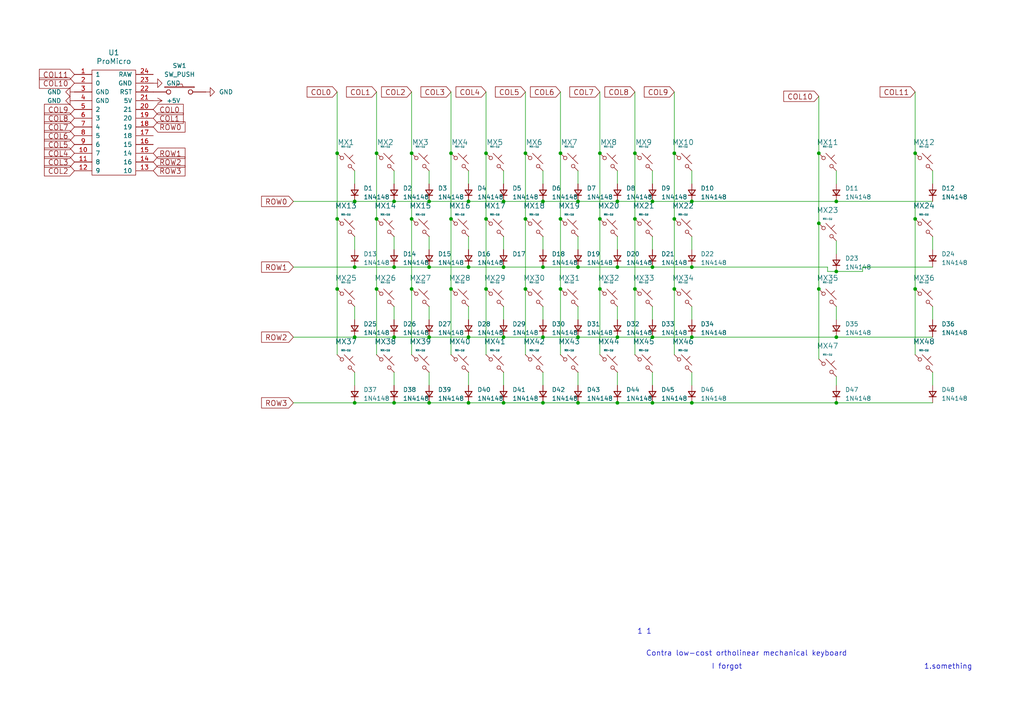
<source format=kicad_sch>
(kicad_sch (version 20230121) (generator eeschema)
  (paper "A4")
  (lib_symbols
    (symbol "Device:D_Small" (pin_numbers hide) (pin_names (offset 0.254) hide)
      (property "Reference" "D" (at -1.27 2.032 0))
      (property "Value" "D_Small" (at -3.81 -2.032 0))
      (symbol "D_Small_0_1"
        (polyline (pts (xy -0.762 -1.016) (xy -0.762 1.016)) (stroke (width 0.254)))
        (polyline (pts (xy -0.762 0) (xy 0.762 0)))
        (polyline (pts (xy 0.762 -1.016) (xy -0.762 0) (xy 0.762 1.016) (xy 0.762 -1.016)) (stroke (width 0.254)))
      )
      (symbol "D_Small_1_1"
        (pin passive line (at -2.54 0 0) (length 1.778) (name "K") (number "1"))
        (pin passive line (at 2.54 0 180) (length 1.778) (name "A") (number "2"))
      )
    )
    (symbol "Switch:SW_Push_45deg" (pin_numbers hide) (pin_names (offset 1.016) hide)
      (property "Reference" "SW" (at 3.048 1.016 0))
      (property "Value" "SW_Push_45deg" (at 0 -3.81 0))
      (symbol "SW_Push_45deg_0_1"
        (circle (center -1.1684 1.1684) (radius 0.508))
        (polyline (pts (xy -0.508 2.54) (xy 2.54 -0.508)))
        (polyline (pts (xy 1.016 1.016) (xy 2.032 2.032)))
        (polyline (pts (xy -2.54 2.54) (xy -1.524 1.524) (xy -1.524 1.524)))
        (polyline (pts (xy 1.524 -1.524) (xy 2.54 -2.54) (xy 2.54 -2.54) (xy 2.54 -2.54)))
        (circle (center 1.143 -1.1938) (radius 0.508))
        (pin passive line (at -2.54 2.54 0) (length 0) (name "1") (number "1"))
        (pin passive line (at 2.54 -2.54 180) (length 0) (name "2") (number "2"))
      )
    )
    (symbol "josh:ProMicro" (pin_names (offset 1.016))
      (property "Reference" "U" (at 0 26.67 0))
      (property "Value" "ProMicro" (at 0 -6.35 0))
      (symbol "ProMicro_0_1"
        (rectangle (start -6.35 25.4) (end 6.35 -5.08))
      )
      (symbol "ProMicro_1_1"
        (pin input line (at -11.43 24.13 0) (length 5.08) (name "1") (number "1"))
        (pin input line (at -11.43 1.27 0) (length 5.08) (name "7") (number "10"))
        (pin input line (at -11.43 -1.27 0) (length 5.08) (name "8") (number "11"))
        (pin input line (at -11.43 -3.81 0) (length 5.08) (name "9") (number "12"))
        (pin input line (at 11.43 -3.81 180) (length 5.08) (name "10") (number "13"))
        (pin input line (at 11.43 -1.27 180) (length 5.08) (name "16") (number "14"))
        (pin input line (at 11.43 1.27 180) (length 5.08) (name "14") (number "15"))
        (pin input line (at 11.43 3.81 180) (length 5.08) (name "15") (number "16"))
        (pin input line (at 11.43 6.35 180) (length 5.08) (name "18") (number "17"))
        (pin input line (at 11.43 8.89 180) (length 5.08) (name "19") (number "18"))
        (pin input line (at 11.43 11.43 180) (length 5.08) (name "20") (number "19"))
        (pin input line (at -11.43 21.59 0) (length 5.08) (name "0") (number "2"))
        (pin input line (at 11.43 13.97 180) (length 5.08) (name "21") (number "20"))
        (pin input line (at 11.43 16.51 180) (length 5.08) (name "5V") (number "21"))
        (pin input line (at 11.43 19.05 180) (length 5.08) (name "RST") (number "22"))
        (pin input line (at 11.43 21.59 180) (length 5.08) (name "GND") (number "23"))
        (pin input line (at 11.43 24.13 180) (length 5.08) (name "RAW") (number "24"))
        (pin input line (at -11.43 19.05 0) (length 5.08) (name "GND") (number "3"))
        (pin input line (at -11.43 16.51 0) (length 5.08) (name "GND") (number "4"))
        (pin input line (at -11.43 13.97 0) (length 5.08) (name "2") (number "5"))
        (pin input line (at -11.43 11.43 0) (length 5.08) (name "3") (number "6"))
        (pin input line (at -11.43 8.89 0) (length 5.08) (name "4") (number "7"))
        (pin input line (at -11.43 6.35 0) (length 5.08) (name "5") (number "8"))
        (pin input line (at -11.43 3.81 0) (length 5.08) (name "6") (number "9"))
      )
    )
    (symbol "keyboard_parts:SW_PUSH" (pin_numbers hide) (pin_names (offset 1.016) hide)
      (property "Reference" "SW" (at 3.81 2.794 0))
      (property "Value" "SW_PUSH" (at 0 -2.032 0))
      (symbol "SW_PUSH_0_1"
        (rectangle (start -4.318 1.27) (end 4.318 1.524))
        (polyline (pts (xy -1.016 1.524) (xy -0.762 2.286) (xy 0.762 2.286) (xy 1.016 1.524)))
        (pin passive inverted (at -7.62 0 0) (length 5.08) (name "1") (number "1"))
        (pin passive inverted (at 7.62 0 180) (length 5.08) (name "2") (number "2"))
      )
    )
    (symbol "power:+5V" (power) (pin_names (offset 0))
      (property "Value" "+5V" (at 0 3.556 0))
      (symbol "+5V_0_1"
        (polyline (pts (xy -0.762 1.27) (xy 0 2.54)))
        (polyline (pts (xy 0 0) (xy 0 2.54)))
        (polyline (pts (xy 0 2.54) (xy 0.762 1.27)))
      )
      (symbol "+5V_1_1"
        (pin power_in line (at 0 0 90) (length 0) hide (name "+5V") (number "1"))
      )
    )
    (symbol "power:GND" (power) (pin_names (offset 0))
      (property "Value" "GND" (at 0 -3.81 0))
      (symbol "GND_0_1"
        (polyline (pts (xy 0 0) (xy 0 -1.27) (xy 1.27 -1.27) (xy 0 -2.54) (xy -1.27 -1.27) (xy 0 -1.27)))
      )
      (symbol "GND_1_1"
        (pin power_in line (at 0 0 270) (length 0) hide (name "GND") (number "1"))
      )
    )
  )
  (junction (at 200.66 77.47))
  (junction (at 157.48 97.79))
  (junction (at 184.15 63.5))
  (junction (at 179.07 116.84))
  (junction (at 114.3 77.47))
  (junction (at 135.89 58.42))
  (junction (at 152.4 83.82))
  (junction (at 140.97 83.82))
  (junction (at 237.49 64.77))
  (junction (at 157.48 77.47))
  (junction (at 242.57 116.84))
  (junction (at 109.22 83.82))
  (junction (at 242.57 58.42))
  (junction (at 265.43 63.5))
  (junction (at 200.66 97.79))
  (junction (at 119.38 63.5))
  (junction (at 162.56 44.45))
  (junction (at 167.64 77.47))
  (junction (at 130.81 63.5))
  (junction (at 102.87 77.47))
  (junction (at 114.3 97.79))
  (junction (at 189.23 77.47))
  (junction (at 114.3 58.42))
  (junction (at 97.79 83.82))
  (junction (at 130.81 83.82))
  (junction (at 189.23 97.79))
  (junction (at 173.99 44.45))
  (junction (at 135.89 116.84))
  (junction (at 265.43 83.82))
  (junction (at 146.05 58.42))
  (junction (at 184.15 44.45))
  (junction (at 124.46 58.42))
  (junction (at 152.4 44.45))
  (junction (at 265.43 44.45))
  (junction (at 146.05 116.84))
  (junction (at 189.23 116.84))
  (junction (at 130.81 44.45))
  (junction (at 173.99 63.5))
  (junction (at 97.79 44.45))
  (junction (at 135.89 97.79))
  (junction (at 184.15 83.82))
  (junction (at 97.79 63.5))
  (junction (at 189.23 58.42))
  (junction (at 167.64 97.79))
  (junction (at 152.4 63.5))
  (junction (at 195.58 83.82))
  (junction (at 179.07 77.47))
  (junction (at 119.38 44.45))
  (junction (at 109.22 44.45))
  (junction (at 124.46 77.47))
  (junction (at 242.57 97.79))
  (junction (at 146.05 77.47))
  (junction (at 242.57 78.74))
  (junction (at 146.05 97.79))
  (junction (at 167.64 58.42))
  (junction (at 102.87 116.84))
  (junction (at 102.87 58.42))
  (junction (at 157.48 58.42))
  (junction (at 140.97 44.45))
  (junction (at 140.97 63.5))
  (junction (at 157.48 116.84))
  (junction (at 135.89 77.47))
  (junction (at 162.56 83.82))
  (junction (at 179.07 58.42))
  (junction (at 124.46 97.79))
  (junction (at 179.07 97.79))
  (junction (at 237.49 83.82))
  (junction (at 162.56 63.5))
  (junction (at 195.58 63.5))
  (junction (at 195.58 44.45))
  (junction (at 102.87 97.79))
  (junction (at 167.64 116.84))
  (junction (at 200.66 116.84))
  (junction (at 124.46 116.84))
  (junction (at 109.22 63.5))
  (junction (at 119.38 83.82))
  (junction (at 237.49 44.45))
  (junction (at 200.66 58.42))
  (junction (at 173.99 83.82))
  (junction (at 114.3 116.84))
  (wire (pts (xy 114.3 49.53) (xy 114.3 53.34)))
  (wire (pts (xy 102.87 77.47) (xy 114.3 77.47)))
  (wire (pts (xy 102.87 107.95) (xy 102.87 111.76)))
  (wire (pts (xy 242.57 97.79) (xy 270.51 97.79)))
  (wire (pts (xy 119.38 44.45) (xy 119.38 63.5)))
  (wire (pts (xy 237.49 27.94) (xy 237.49 44.45)))
  (wire (pts (xy 146.05 116.84) (xy 157.48 116.84)))
  (wire (pts (xy 167.64 58.42) (xy 179.07 58.42)))
  (wire (pts (xy 135.89 116.84) (xy 146.05 116.84)))
  (wire (pts (xy 184.15 63.5) (xy 184.15 83.82)))
  (wire (pts (xy 146.05 97.79) (xy 157.48 97.79)))
  (wire (pts (xy 130.81 44.45) (xy 130.81 63.5)))
  (wire (pts (xy 242.57 109.22) (xy 242.57 111.76)))
  (wire (pts (xy 184.15 26.67) (xy 184.15 44.45)))
  (wire (pts (xy 124.46 68.58) (xy 124.46 72.39)))
  (wire (pts (xy 184.15 83.82) (xy 184.15 102.87)))
  (wire (pts (xy 179.07 116.84) (xy 189.23 116.84)))
  (wire (pts (xy 109.22 26.67) (xy 109.22 44.45)))
  (wire (pts (xy 179.07 107.95) (xy 179.07 111.76)))
  (wire (pts (xy 85.09 116.84) (xy 102.87 116.84)))
  (wire (pts (xy 135.89 107.95) (xy 135.89 111.76)))
  (wire (pts (xy 242.57 69.85) (xy 242.57 73.66)))
  (wire (pts (xy 114.3 116.84) (xy 124.46 116.84)))
  (wire (pts (xy 173.99 44.45) (xy 173.99 63.5)))
  (wire (pts (xy 85.09 77.47) (xy 102.87 77.47)))
  (wire (pts (xy 242.57 58.42) (xy 270.51 58.42)))
  (wire (pts (xy 173.99 63.5) (xy 173.99 83.82)))
  (wire (pts (xy 195.58 63.5) (xy 195.58 83.82)))
  (wire (pts (xy 179.07 68.58) (xy 179.07 72.39)))
  (wire (pts (xy 157.48 49.53) (xy 157.48 53.34)))
  (wire (pts (xy 200.66 49.53) (xy 200.66 53.34)))
  (wire (pts (xy 146.05 49.53) (xy 146.05 53.34)))
  (wire (pts (xy 157.48 88.9) (xy 157.48 92.71)))
  (wire (pts (xy 167.64 107.95) (xy 167.64 111.76)))
  (wire (pts (xy 237.49 44.45) (xy 237.49 64.77)))
  (wire (pts (xy 167.64 68.58) (xy 167.64 72.39)))
  (wire (pts (xy 135.89 97.79) (xy 146.05 97.79)))
  (wire (pts (xy 162.56 26.67) (xy 162.56 44.45)))
  (wire (pts (xy 152.4 63.5) (xy 152.4 83.82)))
  (wire (pts (xy 114.3 58.42) (xy 124.46 58.42)))
  (wire (pts (xy 114.3 107.95) (xy 114.3 111.76)))
  (wire (pts (xy 124.46 116.84) (xy 135.89 116.84)))
  (wire (pts (xy 146.05 58.42) (xy 157.48 58.42)))
  (wire (pts (xy 179.07 97.79) (xy 189.23 97.79)))
  (wire (pts (xy 250.19 78.74) (xy 250.19 77.47)))
  (wire (pts (xy 200.66 116.84) (xy 242.57 116.84)))
  (wire (pts (xy 237.49 83.82) (xy 237.49 104.14)))
  (wire (pts (xy 167.64 116.84) (xy 179.07 116.84)))
  (wire (pts (xy 189.23 97.79) (xy 200.66 97.79)))
  (wire (pts (xy 270.51 88.9) (xy 270.51 92.71)))
  (wire (pts (xy 200.66 97.79) (xy 242.57 97.79)))
  (wire (pts (xy 140.97 26.67) (xy 140.97 44.45)))
  (wire (pts (xy 184.15 44.45) (xy 184.15 63.5)))
  (wire (pts (xy 146.05 68.58) (xy 146.05 72.39)))
  (wire (pts (xy 189.23 116.84) (xy 200.66 116.84)))
  (wire (pts (xy 119.38 63.5) (xy 119.38 83.82)))
  (wire (pts (xy 140.97 44.45) (xy 140.97 63.5)))
  (wire (pts (xy 130.81 26.67) (xy 130.81 44.45)))
  (wire (pts (xy 146.05 88.9) (xy 146.05 92.71)))
  (wire (pts (xy 195.58 44.45) (xy 195.58 63.5)))
  (wire (pts (xy 179.07 77.47) (xy 189.23 77.47)))
  (wire (pts (xy 119.38 83.82) (xy 119.38 102.87)))
  (wire (pts (xy 237.49 64.77) (xy 237.49 83.82)))
  (wire (pts (xy 265.43 44.45) (xy 265.43 63.5)))
  (wire (pts (xy 200.66 88.9) (xy 200.66 92.71)))
  (wire (pts (xy 109.22 44.45) (xy 109.22 63.5)))
  (wire (pts (xy 157.48 116.84) (xy 167.64 116.84)))
  (wire (pts (xy 124.46 77.47) (xy 135.89 77.47)))
  (wire (pts (xy 119.38 26.67) (xy 119.38 44.45)))
  (wire (pts (xy 102.87 68.58) (xy 102.87 72.39)))
  (wire (pts (xy 114.3 88.9) (xy 114.3 92.71)))
  (wire (pts (xy 146.05 77.47) (xy 157.48 77.47)))
  (wire (pts (xy 97.79 44.45) (xy 97.79 63.5)))
  (wire (pts (xy 109.22 63.5) (xy 109.22 83.82)))
  (wire (pts (xy 265.43 63.5) (xy 265.43 83.82)))
  (wire (pts (xy 97.79 63.5) (xy 97.79 83.82)))
  (wire (pts (xy 179.07 58.42) (xy 189.23 58.42)))
  (wire (pts (xy 242.57 116.84) (xy 270.51 116.84)))
  (wire (pts (xy 114.3 77.47) (xy 124.46 77.47)))
  (wire (pts (xy 242.57 78.74) (xy 250.19 78.74)))
  (wire (pts (xy 152.4 44.45) (xy 152.4 63.5)))
  (wire (pts (xy 265.43 26.67) (xy 265.43 44.45)))
  (wire (pts (xy 124.46 107.95) (xy 124.46 111.76)))
  (wire (pts (xy 85.09 97.79) (xy 102.87 97.79)))
  (wire (pts (xy 130.81 63.5) (xy 130.81 83.82)))
  (wire (pts (xy 162.56 63.5) (xy 162.56 83.82)))
  (wire (pts (xy 189.23 107.95) (xy 189.23 111.76)))
  (wire (pts (xy 157.48 58.42) (xy 167.64 58.42)))
  (wire (pts (xy 157.48 68.58) (xy 157.48 72.39)))
  (wire (pts (xy 200.66 68.58) (xy 200.66 72.39)))
  (wire (pts (xy 114.3 68.58) (xy 114.3 72.39)))
  (wire (pts (xy 189.23 77.47) (xy 200.66 77.47)))
  (wire (pts (xy 270.51 68.58) (xy 270.51 72.39)))
  (wire (pts (xy 135.89 68.58) (xy 135.89 72.39)))
  (wire (pts (xy 173.99 26.67) (xy 173.99 44.45)))
  (wire (pts (xy 102.87 88.9) (xy 102.87 92.71)))
  (wire (pts (xy 167.64 77.47) (xy 179.07 77.47)))
  (wire (pts (xy 179.07 49.53) (xy 179.07 53.34)))
  (wire (pts (xy 102.87 97.79) (xy 114.3 97.79)))
  (wire (pts (xy 102.87 116.84) (xy 114.3 116.84)))
  (wire (pts (xy 130.81 83.82) (xy 130.81 102.87)))
  (wire (pts (xy 240.03 78.74) (xy 242.57 78.74)))
  (wire (pts (xy 152.4 26.67) (xy 152.4 44.45)))
  (wire (pts (xy 140.97 63.5) (xy 140.97 83.82)))
  (wire (pts (xy 135.89 58.42) (xy 146.05 58.42)))
  (wire (pts (xy 162.56 44.45) (xy 162.56 63.5)))
  (wire (pts (xy 167.64 97.79) (xy 179.07 97.79)))
  (wire (pts (xy 242.57 49.53) (xy 242.57 53.34)))
  (wire (pts (xy 157.48 77.47) (xy 167.64 77.47)))
  (wire (pts (xy 195.58 26.67) (xy 195.58 44.45)))
  (wire (pts (xy 97.79 83.82) (xy 97.79 102.87)))
  (wire (pts (xy 114.3 97.79) (xy 124.46 97.79)))
  (wire (pts (xy 240.03 78.74) (xy 240.03 77.47)))
  (wire (pts (xy 242.57 88.9) (xy 242.57 92.71)))
  (wire (pts (xy 189.23 68.58) (xy 189.23 72.39)))
  (wire (pts (xy 250.19 77.47) (xy 270.51 77.47)))
  (wire (pts (xy 195.58 83.82) (xy 195.58 102.87)))
  (wire (pts (xy 85.09 58.42) (xy 102.87 58.42)))
  (wire (pts (xy 270.51 107.95) (xy 270.51 111.76)))
  (wire (pts (xy 124.46 49.53) (xy 124.46 53.34)))
  (wire (pts (xy 167.64 88.9) (xy 167.64 92.71)))
  (wire (pts (xy 157.48 97.79) (xy 167.64 97.79)))
  (wire (pts (xy 152.4 83.82) (xy 152.4 102.87)))
  (wire (pts (xy 189.23 49.53) (xy 189.23 53.34)))
  (wire (pts (xy 109.22 83.82) (xy 109.22 102.87)))
  (wire (pts (xy 146.05 107.95) (xy 146.05 111.76)))
  (wire (pts (xy 135.89 77.47) (xy 146.05 77.47)))
  (wire (pts (xy 102.87 49.53) (xy 102.87 53.34)))
  (wire (pts (xy 140.97 83.82) (xy 140.97 102.87)))
  (wire (pts (xy 102.87 58.42) (xy 114.3 58.42)))
  (wire (pts (xy 157.48 107.95) (xy 157.48 111.76)))
  (wire (pts (xy 124.46 97.79) (xy 135.89 97.79)))
  (wire (pts (xy 270.51 49.53) (xy 270.51 53.34)))
  (wire (pts (xy 179.07 88.9) (xy 179.07 92.71)))
  (wire (pts (xy 240.03 77.47) (xy 200.66 77.47)))
  (wire (pts (xy 162.56 83.82) (xy 162.56 102.87)))
  (wire (pts (xy 189.23 88.9) (xy 189.23 92.71)))
  (wire (pts (xy 135.89 49.53) (xy 135.89 53.34)))
  (wire (pts (xy 97.79 26.67) (xy 97.79 44.45)))
  (wire (pts (xy 200.66 107.95) (xy 200.66 111.76)))
  (wire (pts (xy 167.64 49.53) (xy 167.64 53.34)))
  (wire (pts (xy 189.23 58.42) (xy 200.66 58.42)))
  (wire (pts (xy 200.66 58.42) (xy 242.57 58.42)))
  (wire (pts (xy 135.89 88.9) (xy 135.89 92.71)))
  (wire (pts (xy 124.46 88.9) (xy 124.46 92.71)))
  (wire (pts (xy 265.43 83.82) (xy 265.43 102.87)))
  (wire (pts (xy 173.99 83.82) (xy 173.99 102.87)))
  (wire (pts (xy 124.46 58.42) (xy 135.89 58.42)))
  (text "Contra low-cost ortholinear mechanical keyboard\n" (at 187.325 190.5 0) (effects (font (size 1.524 1.524)) (justify left bottom)))
  (text "1 1\n" (at 184.785 184.15 0) (effects (font (size 1.524 1.524)) (justify left bottom)))
  (text "I forgot" (at 206.375 194.31 0) (effects (font (size 1.524 1.524)) (justify left bottom)))
  (text "1.something\n" (at 267.97 194.31 0) (effects (font (size 1.524 1.524)) (justify left bottom)))
  (global_label "COL10" (shape input) (at 21.59 24.13 180) (effects (font (size 1.524 1.524))) (property "Intersheetrefs" "${INTERSHEET_REFS}" (effects hide)))
  (global_label "ROW1" (shape input) (at 44.45 44.45 0) (effects (font (size 1.524 1.524))) (property "Intersheetrefs" "${INTERSHEET_REFS}" (effects hide)))
  (global_label "COL2" (shape input) (at 21.59 49.53 180) (effects (font (size 1.524 1.524))) (property "Intersheetrefs" "${INTERSHEET_REFS}" (effects hide)))
  (global_label "COL3" (shape input) (at 21.59 46.99 180) (effects (font (size 1.524 1.524))) (property "Intersheetrefs" "${INTERSHEET_REFS}" (effects hide)))
  (global_label "ROW2" (shape input) (at 44.45 46.99 0) (effects (font (size 1.524 1.524))) (property "Intersheetrefs" "${INTERSHEET_REFS}" (effects hide)))
  (global_label "COL11" (shape input) (at 265.43 26.67 180) (effects (font (size 1.524 1.524))) (property "Intersheetrefs" "${INTERSHEET_REFS}" (effects hide)))
  (global_label "COL1" (shape input) (at 44.45 34.29 0) (effects (font (size 1.524 1.524))) (property "Intersheetrefs" "${INTERSHEET_REFS}" (effects hide)))
  (global_label "COL2" (shape input) (at 119.38 26.67 180) (effects (font (size 1.524 1.524))) (property "Intersheetrefs" "${INTERSHEET_REFS}" (effects hide)))
  (global_label "COL9" (shape input) (at 195.58 26.67 180) (effects (font (size 1.524 1.524))) (property "Intersheetrefs" "${INTERSHEET_REFS}" (effects hide)))
  (global_label "COL0" (shape input) (at 44.45 31.75 0) (effects (font (size 1.524 1.524))) (property "Intersheetrefs" "${INTERSHEET_REFS}" (effects hide)))
  (global_label "COL7" (shape input) (at 21.59 36.83 180) (effects (font (size 1.524 1.524))) (property "Intersheetrefs" "${INTERSHEET_REFS}" (effects hide)))
  (global_label "COL8" (shape input) (at 21.59 34.29 180) (effects (font (size 1.524 1.524))) (property "Intersheetrefs" "${INTERSHEET_REFS}" (effects hide)))
  (global_label "COL3" (shape input) (at 130.81 26.67 180) (effects (font (size 1.524 1.524))) (property "Intersheetrefs" "${INTERSHEET_REFS}" (effects hide)))
  (global_label "COL9" (shape input) (at 21.59 31.75 180) (effects (font (size 1.524 1.524))) (property "Intersheetrefs" "${INTERSHEET_REFS}" (effects hide)))
  (global_label "ROW0" (shape input) (at 44.45 36.83 0) (effects (font (size 1.524 1.524))) (property "Intersheetrefs" "${INTERSHEET_REFS}" (effects hide)))
  (global_label "COL4" (shape input) (at 21.59 44.45 180) (effects (font (size 1.524 1.524))) (property "Intersheetrefs" "${INTERSHEET_REFS}" (effects hide)))
  (global_label "COL6" (shape input) (at 162.56 26.67 180) (effects (font (size 1.524 1.524))) (property "Intersheetrefs" "${INTERSHEET_REFS}" (effects hide)))
  (global_label "COL10" (shape input) (at 237.49 27.94 180) (effects (font (size 1.524 1.524))) (property "Intersheetrefs" "${INTERSHEET_REFS}" (effects hide)))
  (global_label "COL11" (shape input) (at 21.59 21.59 180) (effects (font (size 1.524 1.524))) (property "Intersheetrefs" "${INTERSHEET_REFS}" (effects hide)))
  (global_label "COL5" (shape input) (at 21.59 41.91 180) (effects (font (size 1.524 1.524))) (property "Intersheetrefs" "${INTERSHEET_REFS}" (effects hide)))
  (global_label "COL6" (shape input) (at 21.59 39.37 180) (effects (font (size 1.524 1.524))) (property "Intersheetrefs" "${INTERSHEET_REFS}" (effects hide)))
  (global_label "COL1" (shape input) (at 109.22 26.67 180) (effects (font (size 1.524 1.524))) (property "Intersheetrefs" "${INTERSHEET_REFS}" (effects hide)))
  (global_label "COL8" (shape input) (at 184.15 26.67 180) (effects (font (size 1.524 1.524))) (property "Intersheetrefs" "${INTERSHEET_REFS}" (effects hide)))
  (global_label "COL5" (shape input) (at 152.4 26.67 180) (effects (font (size 1.524 1.524))) (property "Intersheetrefs" "${INTERSHEET_REFS}" (effects hide)))
  (global_label "ROW0" (shape input) (at 85.09 58.42 180) (effects (font (size 1.524 1.524))) (property "Intersheetrefs" "${INTERSHEET_REFS}" (effects hide)))
  (global_label "COL7" (shape input) (at 173.99 26.67 180) (effects (font (size 1.524 1.524))) (property "Intersheetrefs" "${INTERSHEET_REFS}" (effects hide)))
  (global_label "COL4" (shape input) (at 140.97 26.67 180) (effects (font (size 1.524 1.524))) (property "Intersheetrefs" "${INTERSHEET_REFS}" (effects hide)))
  (global_label "ROW3" (shape input) (at 44.45 49.53 0) (effects (font (size 1.524 1.524))) (property "Intersheetrefs" "${INTERSHEET_REFS}" (effects hide)))
  (global_label "ROW1" (shape input) (at 85.09 77.47 180) (effects (font (size 1.524 1.524))) (property "Intersheetrefs" "${INTERSHEET_REFS}" (effects hide)))
  (global_label "ROW2" (shape input) (at 85.09 97.79 180) (effects (font (size 1.524 1.524))) (property "Intersheetrefs" "${INTERSHEET_REFS}" (effects hide)))
  (global_label "COL0" (shape input) (at 97.79 26.67 180) (effects (font (size 1.524 1.524))) (property "Intersheetrefs" "${INTERSHEET_REFS}" (effects hide)))
  (global_label "ROW3" (shape input) (at 85.09 116.84 180) (effects (font (size 1.524 1.524))) (property "Intersheetrefs" "${INTERSHEET_REFS}" (effects hide)))
  (symbol (lib_id "josh:ProMicro") (at 33.02 45.72 0) (unit 1)
    (property "Reference" "U1" (at 33.02 15.24 0) (effects (font (size 1.524 1.524))))
    (property "Value" "ProMicro" (at 33.02 17.78 0) (effects (font (size 1.524 1.524))))
    (property "Footprint" "locallib:pro_micro" (effects hide))
  )
  (symbol (lib_id "Switch:SW_Push_45deg") (at 100.33 46.99 0) (unit 1)
    (property "Reference" "MX1" (at 100.33 41.275 0) (effects (font (size 1.524 1.524))))
    (property "Value" "MX-1U" (at 100.33 42.545 0) (effects (font (size 0.508 0.508))))
    (property "Footprint" "WLPlanckFootprints:SW_Gateron_LowProfile_HotSwap" (effects hide))
  )
  (symbol (lib_id "Device:D_Small") (at 102.87 55.88 90) (unit 1)
    (property "Reference" "D1" (at 105.41 54.61 90) (effects (justify right)))
    (property "Value" "1N4148" (at 105.41 57.15 90) (effects (justify right)))
    (property "Footprint" "Diode_SMD:D_0805_2012Metric_Pad1.15x1.40mm_HandSolder" (effects hide))
    (property "Sim.Device" "D" (effects hide))
    (property "Sim.Pins" "1=K 2=A" (effects hide))
  )
  (symbol (lib_id "Switch:SW_Push_45deg") (at 111.76 46.99 0) (unit 1)
    (property "Reference" "MX2" (at 111.76 41.275 0) (effects (font (size 1.524 1.524))))
    (property "Value" "MX-1U" (at 111.76 42.545 0) (effects (font (size 0.508 0.508))))
    (property "Footprint" "WLPlanckFootprints:SW_Gateron_LowProfile_HotSwap" (effects hide))
  )
  (symbol (lib_id "Device:D_Small") (at 114.3 55.88 90) (unit 1)
    (property "Reference" "D2" (at 116.84 54.61 90) (effects (justify right)))
    (property "Value" "1N4148" (at 116.84 57.15 90) (effects (justify right)))
    (property "Footprint" "Diode_SMD:D_0805_2012Metric_Pad1.15x1.40mm_HandSolder" (effects hide))
    (property "Sim.Device" "D" (effects hide))
    (property "Sim.Pins" "1=K 2=A" (effects hide))
  )
  (symbol (lib_id "Switch:SW_Push_45deg") (at 121.92 46.99 0) (unit 1)
    (property "Reference" "MX3" (at 121.92 41.275 0) (effects (font (size 1.524 1.524))))
    (property "Value" "MX-1U" (at 121.92 42.545 0) (effects (font (size 0.508 0.508))))
    (property "Footprint" "WLPlanckFootprints:SW_Gateron_LowProfile_HotSwap" (effects hide))
  )
  (symbol (lib_id "Device:D_Small") (at 124.46 55.88 90) (unit 1)
    (property "Reference" "D3" (at 127 54.61 90) (effects (justify right)))
    (property "Value" "1N4148" (at 127 57.15 90) (effects (justify right)))
    (property "Footprint" "Diode_SMD:D_0805_2012Metric_Pad1.15x1.40mm_HandSolder" (effects hide))
    (property "Sim.Device" "D" (effects hide))
    (property "Sim.Pins" "1=K 2=A" (effects hide))
  )
  (symbol (lib_id "Switch:SW_Push_45deg") (at 133.35 46.99 0) (unit 1)
    (property "Reference" "MX4" (at 133.35 41.275 0) (effects (font (size 1.524 1.524))))
    (property "Value" "MX-1U" (at 133.35 42.545 0) (effects (font (size 0.508 0.508))))
    (property "Footprint" "WLPlanckFootprints:SW_Gateron_LowProfile_HotSwap" (effects hide))
  )
  (symbol (lib_id "Device:D_Small") (at 135.89 55.88 90) (unit 1)
    (property "Reference" "D4" (at 138.43 54.61 90) (effects (justify right)))
    (property "Value" "1N4148" (at 138.43 57.15 90) (effects (justify right)))
    (property "Footprint" "Diode_SMD:D_0805_2012Metric_Pad1.15x1.40mm_HandSolder" (effects hide))
    (property "Sim.Device" "D" (effects hide))
    (property "Sim.Pins" "1=K 2=A" (effects hide))
  )
  (symbol (lib_id "Switch:SW_Push_45deg") (at 143.51 46.99 0) (unit 1)
    (property "Reference" "MX5" (at 143.51 41.275 0) (effects (font (size 1.524 1.524))))
    (property "Value" "MX-1U" (at 143.51 42.545 0) (effects (font (size 0.508 0.508))))
    (property "Footprint" "WLPlanckFootprints:SW_Gateron_LowProfile_HotSwap" (effects hide))
  )
  (symbol (lib_id "Device:D_Small") (at 146.05 55.88 90) (unit 1)
    (property "Reference" "D5" (at 148.59 54.61 90) (effects (justify right)))
    (property "Value" "1N4148" (at 148.59 57.15 90) (effects (justify right)))
    (property "Footprint" "Diode_SMD:D_0805_2012Metric_Pad1.15x1.40mm_HandSolder" (effects hide))
    (property "Sim.Device" "D" (effects hide))
    (property "Sim.Pins" "1=K 2=A" (effects hide))
  )
  (symbol (lib_id "Switch:SW_Push_45deg") (at 154.94 46.99 0) (unit 1)
    (property "Reference" "MX6" (at 154.94 41.275 0) (effects (font (size 1.524 1.524))))
    (property "Value" "MX-1U" (at 154.94 42.545 0) (effects (font (size 0.508 0.508))))
    (property "Footprint" "WLPlanckFootprints:SW_Gateron_LowProfile_HotSwap" (effects hide))
  )
  (symbol (lib_id "Device:D_Small") (at 157.48 55.88 90) (unit 1)
    (property "Reference" "D6" (at 160.02 54.61 90) (effects (justify right)))
    (property "Value" "1N4148" (at 160.02 57.15 90) (effects (justify right)))
    (property "Footprint" "Diode_SMD:D_0805_2012Metric_Pad1.15x1.40mm_HandSolder" (effects hide))
    (property "Sim.Device" "D" (effects hide))
    (property "Sim.Pins" "1=K 2=A" (effects hide))
  )
  (symbol (lib_id "Switch:SW_Push_45deg") (at 165.1 46.99 0) (unit 1)
    (property "Reference" "MX7" (at 165.1 41.275 0) (effects (font (size 1.524 1.524))))
    (property "Value" "MX-1U" (at 165.1 42.545 0) (effects (font (size 0.508 0.508))))
    (property "Footprint" "WLPlanckFootprints:SW_Gateron_LowProfile_HotSwap" (effects hide))
  )
  (symbol (lib_id "Device:D_Small") (at 167.64 55.88 90) (unit 1)
    (property "Reference" "D7" (at 170.18 54.61 90) (effects (justify right)))
    (property "Value" "1N4148" (at 170.18 57.15 90) (effects (justify right)))
    (property "Footprint" "Diode_SMD:D_0805_2012Metric_Pad1.15x1.40mm_HandSolder" (effects hide))
    (property "Sim.Device" "D" (effects hide))
    (property "Sim.Pins" "1=K 2=A" (effects hide))
  )
  (symbol (lib_id "Switch:SW_Push_45deg") (at 176.53 46.99 0) (unit 1)
    (property "Reference" "MX8" (at 176.53 41.275 0) (effects (font (size 1.524 1.524))))
    (property "Value" "MX-1U" (at 176.53 42.545 0) (effects (font (size 0.508 0.508))))
    (property "Footprint" "WLPlanckFootprints:SW_Gateron_LowProfile_HotSwap" (effects hide))
  )
  (symbol (lib_id "Device:D_Small") (at 179.07 55.88 90) (unit 1)
    (property "Reference" "D8" (at 181.61 54.61 90) (effects (justify right)))
    (property "Value" "1N4148" (at 181.61 57.15 90) (effects (justify right)))
    (property "Footprint" "Diode_SMD:D_0805_2012Metric_Pad1.15x1.40mm_HandSolder" (effects hide))
    (property "Sim.Device" "D" (effects hide))
    (property "Sim.Pins" "1=K 2=A" (effects hide))
  )
  (symbol (lib_id "Switch:SW_Push_45deg") (at 186.69 46.99 0) (unit 1)
    (property "Reference" "MX9" (at 186.69 41.275 0) (effects (font (size 1.524 1.524))))
    (property "Value" "MX-1U" (at 186.69 42.545 0) (effects (font (size 0.508 0.508))))
    (property "Footprint" "WLPlanckFootprints:SW_Gateron_LowProfile_HotSwap" (effects hide))
  )
  (symbol (lib_id "Device:D_Small") (at 189.23 55.88 90) (unit 1)
    (property "Reference" "D9" (at 191.77 54.61 90) (effects (justify right)))
    (property "Value" "1N4148" (at 191.77 57.15 90) (effects (justify right)))
    (property "Footprint" "Diode_SMD:D_0805_2012Metric_Pad1.15x1.40mm_HandSolder" (effects hide))
    (property "Sim.Device" "D" (effects hide))
    (property "Sim.Pins" "1=K 2=A" (effects hide))
  )
  (symbol (lib_id "Switch:SW_Push_45deg") (at 198.12 46.99 0) (unit 1)
    (property "Reference" "MX10" (at 198.12 41.275 0) (effects (font (size 1.524 1.524))))
    (property "Value" "MX-1U" (at 198.12 42.545 0) (effects (font (size 0.508 0.508))))
    (property "Footprint" "WLPlanckFootprints:SW_Gateron_LowProfile_HotSwap" (effects hide))
  )
  (symbol (lib_id "Device:D_Small") (at 200.66 55.88 90) (unit 1)
    (property "Reference" "D10" (at 203.2 54.61 90) (effects (justify right)))
    (property "Value" "1N4148" (at 203.2 57.15 90) (effects (justify right)))
    (property "Footprint" "Diode_SMD:D_0805_2012Metric_Pad1.15x1.40mm_HandSolder" (effects hide))
    (property "Sim.Device" "D" (effects hide))
    (property "Sim.Pins" "1=K 2=A" (effects hide))
  )
  (symbol (lib_id "Switch:SW_Push_45deg") (at 240.03 46.99 0) (unit 1)
    (property "Reference" "MX11" (at 240.03 41.275 0) (effects (font (size 1.524 1.524))))
    (property "Value" "MX-1U" (at 240.03 42.545 0) (effects (font (size 0.508 0.508))))
    (property "Footprint" "WLPlanckFootprints:SW_Gateron_LowProfile_HotSwap" (effects hide))
  )
  (symbol (lib_id "Device:D_Small") (at 242.57 55.88 90) (unit 1)
    (property "Reference" "D11" (at 245.11 54.61 90) (effects (justify right)))
    (property "Value" "1N4148" (at 245.11 57.15 90) (effects (justify right)))
    (property "Footprint" "Diode_SMD:D_0805_2012Metric_Pad1.15x1.40mm_HandSolder" (effects hide))
    (property "Sim.Device" "D" (effects hide))
    (property "Sim.Pins" "1=K 2=A" (effects hide))
  )
  (symbol (lib_id "Switch:SW_Push_45deg") (at 267.97 46.99 0) (unit 1)
    (property "Reference" "MX12" (at 267.97 41.275 0) (effects (font (size 1.524 1.524))))
    (property "Value" "MX-1U" (at 267.97 42.545 0) (effects (font (size 0.508 0.508))))
    (property "Footprint" "WLPlanckFootprints:SW_Gateron_LowProfile_HotSwap" (effects hide))
  )
  (symbol (lib_id "Device:D_Small") (at 270.51 55.88 90) (unit 1)
    (property "Reference" "D12" (at 273.05 54.61 90) (effects (justify right)))
    (property "Value" "1N4148" (at 273.05 57.15 90) (effects (justify right)))
    (property "Footprint" "Diode_SMD:D_0805_2012Metric_Pad1.15x1.40mm_HandSolder" (effects hide))
    (property "Sim.Device" "D" (effects hide))
    (property "Sim.Pins" "1=K 2=A" (effects hide))
  )
  (symbol (lib_id "Switch:SW_Push_45deg") (at 100.33 66.04 0) (unit 1)
    (property "Reference" "MX13" (at 100.33 59.69 0) (effects (font (size 1.524 1.524))))
    (property "Value" "MX-1U" (at 100.33 62.23 0) (effects (font (size 0.508 0.508))))
    (property "Footprint" "WLPlanckFootprints:SW_Gateron_LowProfile_HotSwap" (effects hide))
  )
  (symbol (lib_id "Device:D_Small") (at 102.87 74.93 90) (unit 1)
    (property "Reference" "D13" (at 105.41 73.66 90) (effects (justify right)))
    (property "Value" "1N4148" (at 105.41 76.2 90) (effects (justify right)))
    (property "Footprint" "Diode_SMD:D_0805_2012Metric_Pad1.15x1.40mm_HandSolder" (effects hide))
    (property "Sim.Device" "D" (effects hide))
    (property "Sim.Pins" "1=K 2=A" (effects hide))
  )
  (symbol (lib_id "Switch:SW_Push_45deg") (at 111.76 66.04 0) (unit 1)
    (property "Reference" "MX14" (at 111.76 59.69 0) (effects (font (size 1.524 1.524))))
    (property "Value" "MX-1U" (at 111.76 62.23 0) (effects (font (size 0.508 0.508))))
    (property "Footprint" "WLPlanckFootprints:SW_Gateron_LowProfile_HotSwap" (effects hide))
  )
  (symbol (lib_id "Device:D_Small") (at 114.3 74.93 90) (unit 1)
    (property "Reference" "D14" (at 116.84 73.66 90) (effects (justify right)))
    (property "Value" "1N4148" (at 116.84 76.2 90) (effects (justify right)))
    (property "Footprint" "Diode_SMD:D_0805_2012Metric_Pad1.15x1.40mm_HandSolder" (effects hide))
    (property "Sim.Device" "D" (effects hide))
    (property "Sim.Pins" "1=K 2=A" (effects hide))
  )
  (symbol (lib_id "Switch:SW_Push_45deg") (at 121.92 66.04 0) (unit 1)
    (property "Reference" "MX15" (at 121.92 59.69 0) (effects (font (size 1.524 1.524))))
    (property "Value" "MX-1U" (at 121.92 62.23 0) (effects (font (size 0.508 0.508))))
    (property "Footprint" "WLPlanckFootprints:SW_Gateron_LowProfile_HotSwap" (effects hide))
  )
  (symbol (lib_id "Device:D_Small") (at 124.46 74.93 90) (unit 1)
    (property "Reference" "D15" (at 127 73.66 90) (effects (justify right)))
    (property "Value" "1N4148" (at 127 76.2 90) (effects (justify right)))
    (property "Footprint" "Diode_SMD:D_0805_2012Metric_Pad1.15x1.40mm_HandSolder" (effects hide))
    (property "Sim.Device" "D" (effects hide))
    (property "Sim.Pins" "1=K 2=A" (effects hide))
  )
  (symbol (lib_id "Switch:SW_Push_45deg") (at 133.35 66.04 0) (unit 1)
    (property "Reference" "MX16" (at 133.35 59.69 0) (effects (font (size 1.524 1.524))))
    (property "Value" "MX-1U" (at 133.35 62.23 0) (effects (font (size 0.508 0.508))))
    (property "Footprint" "WLPlanckFootprints:SW_Gateron_LowProfile_HotSwap" (effects hide))
  )
  (symbol (lib_id "Device:D_Small") (at 135.89 74.93 90) (unit 1)
    (property "Reference" "D16" (at 138.43 73.66 90) (effects (justify right)))
    (property "Value" "1N4148" (at 138.43 76.2 90) (effects (justify right)))
    (property "Footprint" "Diode_SMD:D_0805_2012Metric_Pad1.15x1.40mm_HandSolder" (effects hide))
    (property "Sim.Device" "D" (effects hide))
    (property "Sim.Pins" "1=K 2=A" (effects hide))
  )
  (symbol (lib_id "Switch:SW_Push_45deg") (at 143.51 66.04 0) (unit 1)
    (property "Reference" "MX17" (at 143.51 59.69 0) (effects (font (size 1.524 1.524))))
    (property "Value" "MX-1U" (at 143.51 62.23 0) (effects (font (size 0.508 0.508))))
    (property "Footprint" "WLPlanckFootprints:SW_Gateron_LowProfile_HotSwap" (effects hide))
  )
  (symbol (lib_id "Device:D_Small") (at 146.05 74.93 90) (unit 1)
    (property "Reference" "D17" (at 148.59 73.66 90) (effects (justify right)))
    (property "Value" "1N4148" (effects hide))
    (property "Footprint" "Diode_SMD:D_0805_2012Metric_Pad1.15x1.40mm_HandSolder" (effects hide))
    (property "Sim.Device" "D" (effects hide))
    (property "Sim.Pins" "1=K 2=A" (effects hide))
  )
  (symbol (lib_id "Switch:SW_Push_45deg") (at 154.94 66.04 0) (unit 1)
    (property "Reference" "MX18" (at 154.94 59.69 0) (effects (font (size 1.524 1.524))))
    (property "Value" "MX-1U" (at 154.94 62.23 0) (effects (font (size 0.508 0.508))))
    (property "Footprint" "WLPlanckFootprints:SW_Gateron_LowProfile_HotSwap" (effects hide))
  )
  (symbol (lib_id "Device:D_Small") (at 157.48 74.93 90) (unit 1)
    (property "Reference" "D18" (at 160.02 73.66 90) (effects (justify right)))
    (property "Value" "1N4148" (at 160.02 76.2 90) (effects (justify right)))
    (property "Footprint" "Diode_SMD:D_0805_2012Metric_Pad1.15x1.40mm_HandSolder" (effects hide))
    (property "Sim.Device" "D" (effects hide))
    (property "Sim.Pins" "1=K 2=A" (effects hide))
  )
  (symbol (lib_id "Switch:SW_Push_45deg") (at 165.1 66.04 0) (unit 1)
    (property "Reference" "MX19" (at 165.1 59.69 0) (effects (font (size 1.524 1.524))))
    (property "Value" "MX-1U" (at 165.1 62.23 0) (effects (font (size 0.508 0.508))))
    (property "Footprint" "WLPlanckFootprints:SW_Gateron_LowProfile_HotSwap" (effects hide))
  )
  (symbol (lib_id "Device:D_Small") (at 167.64 74.93 90) (unit 1)
    (property "Reference" "D19" (at 170.18 73.66 90) (effects (justify right)))
    (property "Value" "1N4148" (at 170.18 76.2 90) (effects (justify right)))
    (property "Footprint" "Diode_SMD:D_0805_2012Metric_Pad1.15x1.40mm_HandSolder" (effects hide))
    (property "Sim.Device" "D" (effects hide))
    (property "Sim.Pins" "1=K 2=A" (effects hide))
  )
  (symbol (lib_id "Switch:SW_Push_45deg") (at 176.53 66.04 0) (unit 1)
    (property "Reference" "MX20" (at 176.53 59.69 0) (effects (font (size 1.524 1.524))))
    (property "Value" "MX-1U" (at 176.53 62.23 0) (effects (font (size 0.508 0.508))))
    (property "Footprint" "WLPlanckFootprints:SW_Gateron_LowProfile_HotSwap" (effects hide))
  )
  (symbol (lib_id "Device:D_Small") (at 179.07 74.93 90) (unit 1)
    (property "Reference" "D20" (at 181.61 73.66 90) (effects (justify right)))
    (property "Value" "1N4148" (at 181.61 76.2 90) (effects (justify right)))
    (property "Footprint" "Diode_SMD:D_0805_2012Metric_Pad1.15x1.40mm_HandSolder" (effects hide))
    (property "Sim.Device" "D" (effects hide))
    (property "Sim.Pins" "1=K 2=A" (effects hide))
  )
  (symbol (lib_id "Switch:SW_Push_45deg") (at 186.69 66.04 0) (unit 1)
    (property "Reference" "MX21" (at 186.69 59.69 0) (effects (font (size 1.524 1.524))))
    (property "Value" "MX-1U" (at 186.69 62.23 0) (effects (font (size 0.508 0.508))))
    (property "Footprint" "WLPlanckFootprints:SW_Gateron_LowProfile_HotSwap" (effects hide))
  )
  (symbol (lib_id "Device:D_Small") (at 189.23 74.93 90) (unit 1)
    (property "Reference" "D21" (at 191.77 73.66 90) (effects (justify right)))
    (property "Value" "1N4148" (at 191.77 76.2 90) (effects (justify right)))
    (property "Footprint" "Diode_SMD:D_0805_2012Metric_Pad1.15x1.40mm_HandSolder" (effects hide))
    (property "Sim.Device" "D" (effects hide))
    (property "Sim.Pins" "1=K 2=A" (effects hide))
  )
  (symbol (lib_id "Switch:SW_Push_45deg") (at 198.12 66.04 0) (unit 1)
    (property "Reference" "MX22" (at 198.12 59.69 0) (effects (font (size 1.524 1.524))))
    (property "Value" "MX-1U" (at 198.12 62.23 0) (effects (font (size 0.508 0.508))))
    (property "Footprint" "WLPlanckFootprints:SW_Gateron_LowProfile_HotSwap" (effects hide))
  )
  (symbol (lib_id "Device:D_Small") (at 200.66 74.93 90) (unit 1)
    (property "Reference" "D22" (at 203.2 73.66 90) (effects (justify right)))
    (property "Value" "1N4148" (at 203.2 76.2 90) (effects (justify right)))
    (property "Footprint" "Diode_SMD:D_0805_2012Metric_Pad1.15x1.40mm_HandSolder" (effects hide))
    (property "Sim.Device" "D" (effects hide))
    (property "Sim.Pins" "1=K 2=A" (effects hide))
  )
  (symbol (lib_id "Switch:SW_Push_45deg") (at 240.03 67.31 0) (unit 1)
    (property "Reference" "MX23" (at 240.03 60.96 0) (effects (font (size 1.524 1.524))))
    (property "Value" "MX-1U" (at 240.03 63.5 0) (effects (font (size 0.508 0.508))))
    (property "Footprint" "WLPlanckFootprints:SW_Gateron_LowProfile_HotSwap" (effects hide))
  )
  (symbol (lib_id "Device:D_Small") (at 242.57 76.2 90) (unit 1)
    (property "Reference" "D23" (at 245.11 74.93 90) (effects (justify right)))
    (property "Value" "1N4148" (at 245.11 77.47 90) (effects (justify right)))
    (property "Footprint" "Diode_SMD:D_0805_2012Metric_Pad1.15x1.40mm_HandSolder" (effects hide))
    (property "Sim.Device" "D" (effects hide))
    (property "Sim.Pins" "1=K 2=A" (effects hide))
  )
  (symbol (lib_id "Switch:SW_Push_45deg") (at 267.97 66.04 0) (unit 1)
    (property "Reference" "MX24" (at 267.97 59.69 0) (effects (font (size 1.524 1.524))))
    (property "Value" "MX-1U" (at 267.97 62.23 0) (effects (font (size 0.508 0.508))))
    (property "Footprint" "WLPlanckFootprints:SW_Gateron_LowProfile_HotSwap" (effects hide))
  )
  (symbol (lib_id "Device:D_Small") (at 270.51 74.93 90) (unit 1)
    (property "Reference" "D24" (at 273.05 73.66 90) (effects (justify right)))
    (property "Value" "1N4148" (at 273.05 76.2 90) (effects (justify right)))
    (property "Footprint" "Diode_SMD:D_0805_2012Metric_Pad1.15x1.40mm_HandSolder" (effects hide))
    (property "Sim.Device" "D" (effects hide))
    (property "Sim.Pins" "1=K 2=A" (effects hide))
  )
  (symbol (lib_id "Switch:SW_Push_45deg") (at 100.33 86.36 0) (unit 1)
    (property "Reference" "MX25" (at 100.33 80.645 0) (effects (font (size 1.524 1.524))))
    (property "Value" "MX-1U" (at 100.33 81.915 0) (effects (font (size 0.508 0.508))))
    (property "Footprint" "WLPlanckFootprints:SW_Gateron_LowProfile_HotSwap" (effects hide))
  )
  (symbol (lib_id "Device:D_Small") (at 102.87 95.25 90) (unit 1)
    (property "Reference" "D25" (at 105.41 93.98 90) (effects (justify right)))
    (property "Value" "1N4148" (at 105.41 96.52 90) (effects (justify right)))
    (property "Footprint" "Diode_SMD:D_0805_2012Metric_Pad1.15x1.40mm_HandSolder" (effects hide))
    (property "Sim.Device" "D" (effects hide))
    (property "Sim.Pins" "1=K 2=A" (effects hide))
  )
  (symbol (lib_id "Switch:SW_Push_45deg") (at 111.76 86.36 0) (unit 1)
    (property "Reference" "MX26" (at 111.76 80.645 0) (effects (font (size 1.524 1.524))))
    (property "Value" "MX-1U" (at 111.76 81.915 0) (effects (font (size 0.508 0.508))))
    (property "Footprint" "WLPlanckFootprints:SW_Gateron_LowProfile_HotSwap" (effects hide))
  )
  (symbol (lib_id "Device:D_Small") (at 114.3 95.25 90) (unit 1)
    (property "Reference" "D26" (at 116.84 93.98 90) (effects (justify right)))
    (property "Value" "1N4148" (at 116.84 96.52 90) (effects (justify right)))
    (property "Footprint" "Diode_SMD:D_0805_2012Metric_Pad1.15x1.40mm_HandSolder" (effects hide))
    (property "Sim.Device" "D" (effects hide))
    (property "Sim.Pins" "1=K 2=A" (effects hide))
  )
  (symbol (lib_id "Switch:SW_Push_45deg") (at 121.92 86.36 0) (unit 1)
    (property "Reference" "MX27" (at 121.92 80.645 0) (effects (font (size 1.524 1.524))))
    (property "Value" "MX-1U" (at 121.92 81.915 0) (effects (font (size 0.508 0.508))))
    (property "Footprint" "WLPlanckFootprints:SW_Gateron_LowProfile_HotSwap" (effects hide))
  )
  (symbol (lib_id "Device:D_Small") (at 124.46 95.25 90) (unit 1)
    (property "Reference" "D27" (at 127 93.98 90) (effects (justify right)))
    (property "Value" "1N4148" (at 127 96.52 90) (effects (justify right)))
    (property "Footprint" "Diode_SMD:D_0805_2012Metric_Pad1.15x1.40mm_HandSolder" (effects hide))
    (property "Sim.Device" "D" (effects hide))
    (property "Sim.Pins" "1=K 2=A" (effects hide))
  )
  (symbol (lib_id "Switch:SW_Push_45deg") (at 133.35 86.36 0) (unit 1)
    (property "Reference" "MX28" (at 133.35 80.645 0) (effects (font (size 1.524 1.524))))
    (property "Value" "MX-1U" (at 133.35 81.915 0) (effects (font (size 0.508 0.508))))
    (property "Footprint" "WLPlanckFootprints:SW_Gateron_LowProfile_HotSwap" (effects hide))
  )
  (symbol (lib_id "Device:D_Small") (at 135.89 95.25 90) (unit 1)
    (property "Reference" "D28" (at 138.43 93.98 90) (effects (justify right)))
    (property "Value" "1N4148" (at 138.43 96.52 90) (effects (justify right)))
    (property "Footprint" "Diode_SMD:D_0805_2012Metric_Pad1.15x1.40mm_HandSolder" (effects hide))
    (property "Sim.Device" "D" (effects hide))
    (property "Sim.Pins" "1=K 2=A" (effects hide))
  )
  (symbol (lib_id "Switch:SW_Push_45deg") (at 143.51 86.36 0) (unit 1)
    (property "Reference" "MX29" (at 143.51 80.645 0) (effects (font (size 1.524 1.524))))
    (property "Value" "MX-1U" (at 143.51 81.915 0) (effects (font (size 0.508 0.508))))
    (property "Footprint" "WLPlanckFootprints:SW_Gateron_LowProfile_HotSwap" (effects hide))
  )
  (symbol (lib_id "Device:D_Small") (at 146.05 95.25 90) (unit 1)
    (property "Reference" "D29" (at 148.59 93.98 90) (effects (justify right)))
    (property "Value" "1N4148" (at 148.59 96.52 90) (effects (justify right)))
    (property "Footprint" "Diode_SMD:D_0805_2012Metric_Pad1.15x1.40mm_HandSolder" (effects hide))
    (property "Sim.Device" "D" (effects hide))
    (property "Sim.Pins" "1=K 2=A" (effects hide))
  )
  (symbol (lib_id "Switch:SW_Push_45deg") (at 154.94 86.36 0) (unit 1)
    (property "Reference" "MX30" (at 154.94 80.645 0) (effects (font (size 1.524 1.524))))
    (property "Value" "MX-1U" (at 154.94 81.915 0) (effects (font (size 0.508 0.508))))
    (property "Footprint" "WLPlanckFootprints:SW_Gateron_LowProfile_HotSwap" (effects hide))
  )
  (symbol (lib_id "Device:D_Small") (at 157.48 95.25 90) (unit 1)
    (property "Reference" "D30" (at 160.02 93.98 90) (effects (justify right)))
    (property "Value" "1N4148" (at 160.02 96.52 90) (effects (justify right)))
    (property "Footprint" "Diode_SMD:D_0805_2012Metric_Pad1.15x1.40mm_HandSolder" (effects hide))
    (property "Sim.Device" "D" (effects hide))
    (property "Sim.Pins" "1=K 2=A" (effects hide))
  )
  (symbol (lib_id "Switch:SW_Push_45deg") (at 165.1 86.36 0) (unit 1)
    (property "Reference" "MX31" (at 165.1 80.645 0) (effects (font (size 1.524 1.524))))
    (property "Value" "MX-1U" (at 165.1 81.915 0) (effects (font (size 0.508 0.508))))
    (property "Footprint" "WLPlanckFootprints:SW_Gateron_LowProfile_HotSwap" (effects hide))
  )
  (symbol (lib_id "Device:D_Small") (at 167.64 95.25 90) (unit 1)
    (property "Reference" "D31" (at 170.18 93.98 90) (effects (justify right)))
    (property "Value" "1N4148" (at 170.18 96.52 90) (effects (justify right)))
    (property "Footprint" "Diode_SMD:D_0805_2012Metric_Pad1.15x1.40mm_HandSolder" (effects hide))
    (property "Sim.Device" "D" (effects hide))
    (property "Sim.Pins" "1=K 2=A" (effects hide))
  )
  (symbol (lib_id "Switch:SW_Push_45deg") (at 176.53 86.36 0) (unit 1)
    (property "Reference" "MX32" (at 176.53 80.645 0) (effects (font (size 1.524 1.524))))
    (property "Value" "MX-1U" (at 176.53 81.915 0) (effects (font (size 0.508 0.508))))
    (property "Footprint" "WLPlanckFootprints:SW_Gateron_LowProfile_HotSwap" (effects hide))
  )
  (symbol (lib_id "Device:D_Small") (at 179.07 95.25 90) (unit 1)
    (property "Reference" "D32" (at 181.61 93.98 90) (effects (justify right)))
    (property "Value" "1N4148" (at 181.61 96.52 90) (effects (justify right)))
    (property "Footprint" "Diode_SMD:D_0805_2012Metric_Pad1.15x1.40mm_HandSolder" (effects hide))
    (property "Sim.Device" "D" (effects hide))
    (property "Sim.Pins" "1=K 2=A" (effects hide))
  )
  (symbol (lib_id "Switch:SW_Push_45deg") (at 186.69 86.36 0) (unit 1)
    (property "Reference" "MX33" (at 186.69 80.645 0) (effects (font (size 1.524 1.524))))
    (property "Value" "MX-1U" (at 186.69 81.915 0) (effects (font (size 0.508 0.508))))
    (property "Footprint" "WLPlanckFootprints:SW_Gateron_LowProfile_HotSwap" (effects hide))
  )
  (symbol (lib_id "Device:D_Small") (at 189.23 95.25 90) (unit 1)
    (property "Reference" "D33" (at 191.77 93.98 90) (effects (justify right)))
    (property "Value" "1N4148" (at 191.77 96.52 90) (effects (justify right)))
    (property "Footprint" "Diode_SMD:D_0805_2012Metric_Pad1.15x1.40mm_HandSolder" (effects hide))
    (property "Sim.Device" "D" (effects hide))
    (property "Sim.Pins" "1=K 2=A" (effects hide))
  )
  (symbol (lib_id "Switch:SW_Push_45deg") (at 198.12 86.36 0) (unit 1)
    (property "Reference" "MX34" (at 198.12 80.645 0) (effects (font (size 1.524 1.524))))
    (property "Value" "MX-1U" (at 198.12 81.915 0) (effects (font (size 0.508 0.508))))
    (property "Footprint" "WLPlanckFootprints:SW_Gateron_LowProfile_HotSwap" (effects hide))
  )
  (symbol (lib_id "Device:D_Small") (at 200.66 95.25 90) (unit 1)
    (property "Reference" "D34" (at 203.2 93.98 90) (effects (justify right)))
    (property "Value" "1N4148" (at 203.2 96.52 90) (effects (justify right)))
    (property "Footprint" "Diode_SMD:D_0805_2012Metric_Pad1.15x1.40mm_HandSolder" (effects hide))
    (property "Sim.Device" "D" (effects hide))
    (property "Sim.Pins" "1=K 2=A" (effects hide))
  )
  (symbol (lib_id "Switch:SW_Push_45deg") (at 240.03 86.36 0) (unit 1)
    (property "Reference" "MX35" (at 240.03 80.645 0) (effects (font (size 1.524 1.524))))
    (property "Value" "MX-1U" (at 240.03 81.915 0) (effects (font (size 0.508 0.508))))
    (property "Footprint" "WLPlanckFootprints:SW_Gateron_LowProfile_HotSwap" (effects hide))
  )
  (symbol (lib_id "Device:D_Small") (at 242.57 95.25 90) (unit 1)
    (property "Reference" "D35" (at 245.11 93.98 90) (effects (justify right)))
    (property "Value" "1N4148" (at 245.11 96.52 90) (effects (justify right)))
    (property "Footprint" "Diode_SMD:D_0805_2012Metric_Pad1.15x1.40mm_HandSolder" (effects hide))
    (property "Sim.Device" "D" (effects hide))
    (property "Sim.Pins" "1=K 2=A" (effects hide))
  )
  (symbol (lib_id "Switch:SW_Push_45deg") (at 267.97 86.36 0) (unit 1)
    (property "Reference" "MX36" (at 267.97 80.645 0) (effects (font (size 1.524 1.524))))
    (property "Value" "MX-1U" (at 267.97 81.915 0) (effects (font (size 0.508 0.508))))
    (property "Footprint" "WLPlanckFootprints:SW_Gateron_LowProfile_HotSwap" (effects hide))
  )
  (symbol (lib_id "Device:D_Small") (at 270.51 95.25 90) (unit 1)
    (property "Reference" "D36" (at 273.05 93.98 90) (effects (justify right)))
    (property "Value" "1N4148" (at 273.05 96.52 90) (effects (justify right)))
    (property "Footprint" "Diode_SMD:D_0805_2012Metric_Pad1.15x1.40mm_HandSolder" (effects hide))
    (property "Sim.Device" "D" (effects hide))
    (property "Sim.Pins" "1=K 2=A" (effects hide))
  )
  (symbol (lib_id "Switch:SW_Push_45deg") (at 100.33 105.41 0) (unit 1)
    (property "Reference" "MX37" (at 100.33 99.06 0) (effects (font (size 1.524 1.524))))
    (property "Value" "MX-1U" (at 100.33 101.6 0) (effects (font (size 0.508 0.508))))
    (property "Footprint" "WLPlanckFootprints:SW_Gateron_LowProfile_HotSwap" (effects hide))
  )
  (symbol (lib_id "Device:D_Small") (at 102.87 114.3 90) (unit 1)
    (property "Reference" "D37" (at 105.41 113.03 90) (effects (justify right)))
    (property "Value" "1N4148" (at 105.41 115.57 90) (effects (justify right)))
    (property "Footprint" "Diode_SMD:D_0805_2012Metric_Pad1.15x1.40mm_HandSolder" (effects hide))
    (property "Sim.Device" "D" (effects hide))
    (property "Sim.Pins" "1=K 2=A" (effects hide))
  )
  (symbol (lib_id "Switch:SW_Push_45deg") (at 111.76 105.41 0) (unit 1)
    (property "Reference" "MX38" (at 111.76 99.06 0) (effects (font (size 1.524 1.524))))
    (property "Value" "MX-1U" (at 111.76 101.6 0) (effects (font (size 0.508 0.508))))
    (property "Footprint" "WLPlanckFootprints:SW_Gateron_LowProfile_HotSwap" (effects hide))
  )
  (symbol (lib_id "Device:D_Small") (at 114.3 114.3 90) (unit 1)
    (property "Reference" "D38" (at 116.84 113.03 90) (effects (justify right)))
    (property "Value" "1N4148" (at 116.84 115.57 90) (effects (justify right)))
    (property "Footprint" "Diode_SMD:D_0805_2012Metric_Pad1.15x1.40mm_HandSolder" (effects hide))
    (property "Sim.Device" "D" (effects hide))
    (property "Sim.Pins" "1=K 2=A" (effects hide))
  )
  (symbol (lib_id "Switch:SW_Push_45deg") (at 121.92 105.41 0) (unit 1)
    (property "Reference" "MX39" (at 121.92 99.06 0) (effects (font (size 1.524 1.524))))
    (property "Value" "MX-1U" (at 121.92 101.6 0) (effects (font (size 0.508 0.508))))
    (property "Footprint" "WLPlanckFootprints:SW_Gateron_LowProfile_HotSwap" (effects hide))
  )
  (symbol (lib_id "Device:D_Small") (at 124.46 114.3 90) (unit 1)
    (property "Reference" "D39" (at 127 113.03 90) (effects (justify right)))
    (property "Value" "1N4148" (at 127 115.57 90) (effects (justify right)))
    (property "Footprint" "Diode_SMD:D_0805_2012Metric_Pad1.15x1.40mm_HandSolder" (effects hide))
    (property "Sim.Device" "D" (effects hide))
    (property "Sim.Pins" "1=K 2=A" (effects hide))
  )
  (symbol (lib_id "Switch:SW_Push_45deg") (at 133.35 105.41 0) (unit 1)
    (property "Reference" "MX40" (at 133.35 99.06 0) (effects (font (size 1.524 1.524))))
    (property "Value" "MX-1U" (at 133.35 101.6 0) (effects (font (size 0.508 0.508))))
    (property "Footprint" "WLPlanckFootprints:SW_Gateron_LowProfile_HotSwap" (effects hide))
  )
  (symbol (lib_id "Device:D_Small") (at 135.89 114.3 90) (unit 1)
    (property "Reference" "D40" (at 138.43 113.03 90) (effects (justify right)))
    (property "Value" "1N4148" (at 138.43 115.57 90) (effects (justify right)))
    (property "Footprint" "Diode_SMD:D_0805_2012Metric_Pad1.15x1.40mm_HandSolder" (effects hide))
    (property "Sim.Device" "D" (effects hide))
    (property "Sim.Pins" "1=K 2=A" (effects hide))
  )
  (symbol (lib_id "Switch:SW_Push_45deg") (at 143.51 105.41 0) (unit 1)
    (property "Reference" "MX41" (at 143.51 99.06 0) (effects (font (size 1.524 1.524))))
    (property "Value" "MX-1U" (at 143.51 101.6 0) (effects (font (size 0.508 0.508))))
    (property "Footprint" "WLPlanckFootprints:SW_Gateron_LowProfile_HotSwap" (effects hide))
  )
  (symbol (lib_id "Device:D_Small") (at 146.05 114.3 90) (unit 1)
    (property "Reference" "D41" (at 148.59 113.03 90) (effects (justify right)))
    (property "Value" "1N4148" (at 148.59 115.57 90) (effects (justify right)))
    (property "Footprint" "Diode_SMD:D_0805_2012Metric_Pad1.15x1.40mm_HandSolder" (effects hide))
    (property "Sim.Device" "D" (effects hide))
    (property "Sim.Pins" "1=K 2=A" (effects hide))
  )
  (symbol (lib_id "Switch:SW_Push_45deg") (at 154.94 105.41 0) (unit 1)
    (property "Reference" "MX42" (at 154.94 99.06 0) (effects (font (size 1.524 1.524))))
    (property "Value" "MX-1U" (at 154.94 101.6 0) (effects (font (size 0.508 0.508))))
    (property "Footprint" "WLPlanckFootprints:SW_Gateron_LowProfile_HotSwap" (effects hide))
  )
  (symbol (lib_id "Device:D_Small") (at 157.48 114.3 90) (unit 1)
    (property "Reference" "D42" (at 160.02 113.03 90) (effects (justify right)))
    (property "Value" "1N4148" (at 160.02 115.57 90) (effects (justify right)))
    (property "Footprint" "Diode_SMD:D_0805_2012Metric_Pad1.15x1.40mm_HandSolder" (effects hide))
    (property "Sim.Device" "D" (effects hide))
    (property "Sim.Pins" "1=K 2=A" (effects hide))
  )
  (symbol (lib_id "Switch:SW_Push_45deg") (at 165.1 105.41 0) (unit 1)
    (property "Reference" "MX43" (at 165.1 99.06 0) (effects (font (size 1.524 1.524))))
    (property "Value" "MX-1U" (at 165.1 101.6 0) (effects (font (size 0.508 0.508))))
    (property "Footprint" "WLPlanckFootprints:SW_Gateron_LowProfile_HotSwap" (effects hide))
  )
  (symbol (lib_id "Device:D_Small") (at 167.64 114.3 90) (unit 1)
    (property "Reference" "D43" (at 170.18 113.03 90) (effects (justify right)))
    (property "Value" "1N4148" (at 170.18 115.57 90) (effects (justify right)))
    (property "Footprint" "Diode_SMD:D_0805_2012Metric_Pad1.15x1.40mm_HandSolder" (effects hide))
    (property "Sim.Device" "D" (effects hide))
    (property "Sim.Pins" "1=K 2=A" (effects hide))
  )
  (symbol (lib_id "Switch:SW_Push_45deg") (at 176.53 105.41 0) (unit 1)
    (property "Reference" "MX44" (at 176.53 99.06 0) (effects (font (size 1.524 1.524))))
    (property "Value" "MX-1U" (at 176.53 101.6 0) (effects (font (size 0.508 0.508))))
    (property "Footprint" "WLPlanckFootprints:SW_Gateron_LowProfile_HotSwap" (effects hide))
  )
  (symbol (lib_id "Device:D_Small") (at 179.07 114.3 90) (unit 1)
    (property "Reference" "D44" (at 181.61 113.03 90) (effects (justify right)))
    (property "Value" "1N4148" (at 181.61 115.57 90) (effects (justify right)))
    (property "Footprint" "Diode_SMD:D_0805_2012Metric_Pad1.15x1.40mm_HandSolder" (effects hide))
    (property "Sim.Device" "D" (effects hide))
    (property "Sim.Pins" "1=K 2=A" (effects hide))
  )
  (symbol (lib_id "Switch:SW_Push_45deg") (at 186.69 105.41 0) (unit 1)
    (property "Reference" "MX45" (at 186.69 99.06 0) (effects (font (size 1.524 1.524))))
    (property "Value" "MX-1U" (at 186.69 101.6 0) (effects (font (size 0.508 0.508))))
    (property "Footprint" "WLPlanckFootprints:SW_Gateron_LowProfile_HotSwap" (effects hide))
  )
  (symbol (lib_id "Device:D_Small") (at 189.23 114.3 90) (unit 1)
    (property "Reference" "D45" (at 191.77 113.03 90) (effects (justify right)))
    (property "Value" "1N4148" (at 191.77 115.57 90) (effects (justify right)))
    (property "Footprint" "Diode_SMD:D_0805_2012Metric_Pad1.15x1.40mm_HandSolder" (effects hide))
    (property "Sim.Device" "D" (effects hide))
    (property "Sim.Pins" "1=K 2=A" (effects hide))
  )
  (symbol (lib_id "Switch:SW_Push_45deg") (at 198.12 105.41 0) (unit 1)
    (property "Reference" "MX46" (at 198.12 99.06 0) (effects (font (size 1.524 1.524))))
    (property "Value" "MX-1U" (at 198.12 101.6 0) (effects (font (size 0.508 0.508))))
    (property "Footprint" "WLPlanckFootprints:SW_Gateron_LowProfile_HotSwap" (effects hide))
  )
  (symbol (lib_id "Device:D_Small") (at 200.66 114.3 90) (unit 1)
    (property "Reference" "D46" (at 203.2 113.03 90) (effects (justify right)))
    (property "Value" "1N4148" (at 203.2 115.57 90) (effects (justify right)))
    (property "Footprint" "Diode_SMD:D_0805_2012Metric_Pad1.15x1.40mm_HandSolder" (effects hide))
    (property "Sim.Device" "D" (effects hide))
    (property "Sim.Pins" "1=K 2=A" (effects hide))
  )
  (symbol (lib_id "Switch:SW_Push_45deg") (at 240.03 106.68 0) (unit 1)
    (property "Reference" "MX47" (at 240.03 100.33 0) (effects (font (size 1.524 1.524))))
    (property "Value" "MX-1U" (at 240.03 102.87 0) (effects (font (size 0.508 0.508))))
    (property "Footprint" "WLPlanckFootprints:SW_Gateron_LowProfile_HotSwap" (effects hide))
  )
  (symbol (lib_id "Device:D_Small") (at 242.57 114.3 90) (unit 1)
    (property "Reference" "D47" (at 245.11 113.03 90) (effects (justify right)))
    (property "Value" "1N4148" (at 245.11 115.57 90) (effects (justify right)))
    (property "Footprint" "Diode_SMD:D_0805_2012Metric_Pad1.15x1.40mm_HandSolder" (effects hide))
    (property "Sim.Device" "D" (effects hide))
    (property "Sim.Pins" "1=K 2=A" (effects hide))
  )
  (symbol (lib_id "Switch:SW_Push_45deg") (at 267.97 105.41 0) (unit 1)
    (property "Reference" "MX48" (at 267.97 99.06 0) (effects (font (size 1.524 1.524))))
    (property "Value" "MX-1U" (at 267.97 101.6 0) (effects (font (size 0.508 0.508))))
    (property "Footprint" "WLPlanckFootprints:SW_Gateron_LowProfile_HotSwap" (effects hide))
  )
  (symbol (lib_id "Device:D_Small") (at 270.51 114.3 90) (unit 1)
    (property "Reference" "D48" (at 273.05 113.03 90) (effects (justify right)))
    (property "Value" "1N4148" (at 273.05 115.57 90) (effects (justify right)))
    (property "Footprint" "Diode_SMD:D_0805_2012Metric_Pad1.15x1.40mm_HandSolder" (effects hide))
    (property "Sim.Device" "D" (effects hide))
    (property "Sim.Pins" "1=K 2=A" (effects hide))
  )
  (symbol (lib_id "power:GND") (at 21.59 26.67 270) (unit 1)
    (property "Reference" "#PWR01" (effects hide))
    (property "Value" "GND" (at 17.78 26.67 90) (effects (justify right)))
  )
  (symbol (lib_id "power:GND") (at 21.59 29.21 270) (unit 1)
    (property "Reference" "#PWR02" (effects hide))
    (property "Value" "GND" (at 17.78 29.21 90) (effects (justify right)))
  )
  (symbol (lib_id "power:GND") (at 44.45 24.13 90) (unit 1)
    (property "Reference" "#PWR03" (effects hide))
    (property "Value" "GND" (at 48.26 24.13 90) (effects (justify right)))
  )
  (symbol (lib_id "keyboard_parts:SW_PUSH") (at 52.07 26.67 0) (unit 1)
    (property "Reference" "SW1" (at 52.07 19.05 0))
    (property "Value" "SW_PUSH" (at 52.07 21.59 0))
    (property "Footprint" "Molex-0548190589:PushButton_6x6mm_TH_Pretty" (effects hide))
  )
  (symbol (lib_id "power:GND") (at 59.69 26.67 90) (unit 1)
    (property "Reference" "#PWR04" (effects hide))
    (property "Value" "GND" (at 63.5 26.67 90) (effects (justify right)))
  )
  (symbol (lib_id "power:+5V") (at 44.45 29.21 270) (unit 1)
    (property "Reference" "#PWR05" (effects hide))
    (property "Value" "+5V" (at 48.26 29.21 90) (effects (justify left)))
  )
)
</source>
